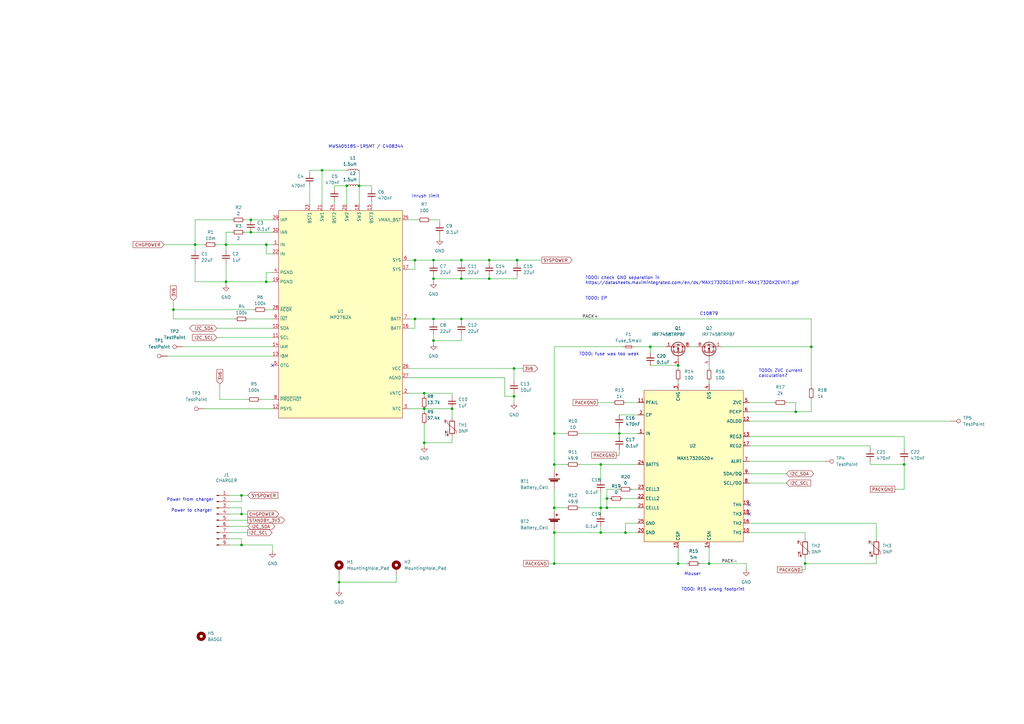
<source format=kicad_sch>
(kicad_sch (version 20230121) (generator eeschema)
  (paper "A3")
  (lib_symbols
    (symbol "Connector:Conn_01x09_Male" (pin_names (offset 1.016) hide)
      (property "Reference" "J" (at 0 12.7 0))
      (property "Value" "Conn_01x09_Male" (at 0 -12.7 0))
      (symbol "Conn_01x09_Male_1_1"
        (polyline (pts (xy 1.27 -10.16) (xy 0.8636 -10.16)) (stroke (width 0.1524)))
        (polyline (pts (xy 1.27 -7.62) (xy 0.8636 -7.62)) (stroke (width 0.1524)))
        (polyline (pts (xy 1.27 -5.08) (xy 0.8636 -5.08)) (stroke (width 0.1524)))
        (polyline (pts (xy 1.27 -2.54) (xy 0.8636 -2.54)) (stroke (width 0.1524)))
        (polyline (pts (xy 1.27 0) (xy 0.8636 0)) (stroke (width 0.1524)))
        (polyline (pts (xy 1.27 2.54) (xy 0.8636 2.54)) (stroke (width 0.1524)))
        (polyline (pts (xy 1.27 5.08) (xy 0.8636 5.08)) (stroke (width 0.1524)))
        (polyline (pts (xy 1.27 7.62) (xy 0.8636 7.62)) (stroke (width 0.1524)))
        (polyline (pts (xy 1.27 10.16) (xy 0.8636 10.16)) (stroke (width 0.1524)))
        (rectangle (start 0.8636 -10.033) (end 0 -10.287) (stroke (width 0.1524)) (fill (type outline)))
        (rectangle (start 0.8636 -7.493) (end 0 -7.747) (stroke (width 0.1524)) (fill (type outline)))
        (rectangle (start 0.8636 -4.953) (end 0 -5.207) (stroke (width 0.1524)) (fill (type outline)))
        (rectangle (start 0.8636 -2.413) (end 0 -2.667) (stroke (width 0.1524)) (fill (type outline)))
        (rectangle (start 0.8636 0.127) (end 0 -0.127) (stroke (width 0.1524)) (fill (type outline)))
        (rectangle (start 0.8636 2.667) (end 0 2.413) (stroke (width 0.1524)) (fill (type outline)))
        (rectangle (start 0.8636 5.207) (end 0 4.953) (stroke (width 0.1524)) (fill (type outline)))
        (rectangle (start 0.8636 7.747) (end 0 7.493) (stroke (width 0.1524)) (fill (type outline)))
        (rectangle (start 0.8636 10.287) (end 0 10.033) (stroke (width 0.1524)) (fill (type outline)))
        (pin passive line (at 5.08 10.16 180) (length 3.81) (name "Pin_1") (number "1"))
        (pin passive line (at 5.08 7.62 180) (length 3.81) (name "Pin_2") (number "2"))
        (pin passive line (at 5.08 5.08 180) (length 3.81) (name "Pin_3") (number "3"))
        (pin passive line (at 5.08 2.54 180) (length 3.81) (name "Pin_4") (number "4"))
        (pin passive line (at 5.08 0 180) (length 3.81) (name "Pin_5") (number "5"))
        (pin passive line (at 5.08 -2.54 180) (length 3.81) (name "Pin_6") (number "6"))
        (pin passive line (at 5.08 -5.08 180) (length 3.81) (name "Pin_7") (number "7"))
        (pin passive line (at 5.08 -7.62 180) (length 3.81) (name "Pin_8") (number "8"))
        (pin passive line (at 5.08 -10.16 180) (length 3.81) (name "Pin_9") (number "9"))
      )
    )
    (symbol "Connector:TestPoint" (pin_numbers hide) (pin_names (offset 0.762) hide)
      (property "Reference" "TP" (at 0 6.858 0))
      (property "Value" "TestPoint" (at 0 5.08 0))
      (symbol "TestPoint_0_1"
        (circle (center 0 3.302) (radius 0.762))
      )
      (symbol "TestPoint_1_1"
        (pin passive line (at 0 0 90) (length 2.54) (name "1") (number "1"))
      )
    )
    (symbol "Device:Battery_Cell" (pin_numbers hide) (pin_names (offset 0) hide)
      (property "Reference" "BT" (at 2.54 2.54 0))
      (property "Value" "Battery_Cell" (at 2.54 0 0))
      (symbol "Battery_Cell_0_1"
        (rectangle (start -2.286 1.778) (end 2.286 1.524) (fill (type outline)))
        (rectangle (start -1.5748 1.1938) (end 1.4732 0.6858) (fill (type outline)))
        (polyline (pts (xy 0 0.762) (xy 0 0)))
        (polyline (pts (xy 0 1.778) (xy 0 2.54)))
        (polyline (pts (xy 0.508 3.429) (xy 1.524 3.429)) (stroke (width 0.254)))
        (polyline (pts (xy 1.016 3.937) (xy 1.016 2.921)) (stroke (width 0.254)))
      )
      (symbol "Battery_Cell_1_1"
        (pin passive line (at 0 5.08 270) (length 2.54) (name "+") (number "1"))
        (pin passive line (at 0 -2.54 90) (length 2.54) (name "-") (number "2"))
      )
    )
    (symbol "Device:C_Small" (pin_numbers hide) (pin_names (offset 0.254) hide)
      (property "Reference" "C" (at 0.254 1.778 0))
      (property "Value" "C_Small" (at 0.254 -2.032 0))
      (symbol "C_Small_0_1"
        (polyline (pts (xy -1.524 -0.508) (xy 1.524 -0.508)) (stroke (width 0.3302)))
        (polyline (pts (xy -1.524 0.508) (xy 1.524 0.508)) (stroke (width 0.3048)))
      )
      (symbol "C_Small_1_1"
        (pin passive line (at 0 2.54 270) (length 2.032) (name "~") (number "1"))
        (pin passive line (at 0 -2.54 90) (length 2.032) (name "~") (number "2"))
      )
    )
    (symbol "Device:Fuse_Small" (pin_numbers hide) (pin_names (offset 0.254) hide)
      (property "Reference" "F" (at 0 -1.524 0))
      (property "Value" "Fuse_Small" (at 0 1.524 0))
      (symbol "Fuse_Small_0_1"
        (rectangle (start -1.27 0.508) (end 1.27 -0.508))
        (polyline (pts (xy -1.27 0) (xy 1.27 0)))
      )
      (symbol "Fuse_Small_1_1"
        (pin passive line (at -2.54 0 0) (length 1.27) (name "~") (number "1"))
        (pin passive line (at 2.54 0 180) (length 1.27) (name "~") (number "2"))
      )
    )
    (symbol "Device:L_Small" (pin_numbers hide) (pin_names (offset 0.254) hide)
      (property "Reference" "L" (at 0.762 1.016 0))
      (property "Value" "L_Small" (at 0.762 -1.016 0))
      (symbol "L_Small_0_1"
        (arc (start 0 -2.032) (mid 0.5058 -1.524) (end 0 -1.016))
        (arc (start 0 -1.016) (mid 0.5058 -0.508) (end 0 0))
        (arc (start 0 0) (mid 0.5058 0.508) (end 0 1.016))
        (arc (start 0 1.016) (mid 0.5058 1.524) (end 0 2.032))
      )
      (symbol "L_Small_1_1"
        (pin passive line (at 0 2.54 270) (length 0.508) (name "~") (number "1"))
        (pin passive line (at 0 -2.54 90) (length 0.508) (name "~") (number "2"))
      )
    )
    (symbol "Device:R_Small" (pin_numbers hide) (pin_names (offset 0.254) hide)
      (property "Reference" "R" (at 0.762 0.508 0))
      (property "Value" "R_Small" (at 0.762 -1.016 0))
      (symbol "R_Small_0_1"
        (rectangle (start -0.762 1.778) (end 0.762 -1.778) (stroke (width 0.2032)))
      )
      (symbol "R_Small_1_1"
        (pin passive line (at 0 2.54 270) (length 0.762) (name "~") (number "1"))
        (pin passive line (at 0 -2.54 90) (length 0.762) (name "~") (number "2"))
      )
    )
    (symbol "Device:Thermistor_NTC" (pin_numbers hide) (pin_names (offset 0))
      (property "Reference" "TH" (at -4.445 0 90))
      (property "Value" "Thermistor_NTC" (at 3.175 0 90))
      (symbol "Thermistor_NTC_0_1"
        (arc (start -3.048 2.159) (mid -3.0495 2.3143) (end -3.175 2.413))
        (arc (start -3.048 2.159) (mid -2.9736 1.9794) (end -2.794 1.905))
        (arc (start -3.048 2.794) (mid -2.9736 2.6144) (end -2.794 2.54))
        (arc (start -2.794 1.905) (mid -2.6144 1.9794) (end -2.54 2.159))
        (arc (start -2.794 2.54) (mid -2.4393 2.5587) (end -2.159 2.794))
        (arc (start -2.794 3.048) (mid -2.9736 2.9736) (end -3.048 2.794))
        (arc (start -2.54 2.794) (mid -2.6144 2.9736) (end -2.794 3.048))
        (rectangle (start -1.016 2.54) (end 1.016 -2.54) (stroke (width 0.254)))
        (polyline (pts (xy -2.54 2.159) (xy -2.54 2.794)))
        (polyline (pts (xy -1.778 2.54) (xy -1.778 1.524) (xy 1.778 -1.524) (xy 1.778 -2.54)))
        (polyline (pts (xy -2.54 -3.683) (xy -2.54 -1.397) (xy -2.794 -2.159) (xy -2.286 -2.159) (xy -2.54 -1.397) (xy -2.54 -1.651)) (fill (type outline)))
        (polyline (pts (xy -1.778 -1.397) (xy -1.778 -3.683) (xy -2.032 -2.921) (xy -1.524 -2.921) (xy -1.778 -3.683) (xy -1.778 -3.429)) (fill (type outline)))
      )
      (symbol "Thermistor_NTC_1_1"
        (pin passive line (at 0 3.81 270) (length 1.27) (name "~") (number "1"))
        (pin passive line (at 0 -3.81 90) (length 1.27) (name "~") (number "2"))
      )
    )
    (symbol "Mechanical:MountingHole" (pin_names (offset 1.016))
      (property "Reference" "H" (at 0 5.08 0))
      (property "Value" "MountingHole" (at 0 3.175 0))
      (symbol "MountingHole_0_1"
        (circle (center 0 0) (radius 1.27) (stroke (width 1.27)))
      )
    )
    (symbol "Mechanical:MountingHole_Pad" (pin_numbers hide) (pin_names (offset 1.016) hide)
      (property "Reference" "H" (at 0 6.35 0))
      (property "Value" "MountingHole_Pad" (at 0 4.445 0))
      (symbol "MountingHole_Pad_0_1"
        (circle (center 0 1.27) (radius 1.27) (stroke (width 1.27)))
      )
      (symbol "MountingHole_Pad_1_1"
        (pin input line (at 0 -2.54 90) (length 2.54) (name "1") (number "1"))
      )
    )
    (symbol "Transistor_FET:IRF7403" (pin_names hide)
      (property "Reference" "Q" (at 5.08 2.54 0))
      (property "Value" "IRF7403" (at 5.08 0 0))
      (symbol "IRF7403_0_1"
        (polyline (pts (xy 0.254 0) (xy -2.54 0)))
        (polyline (pts (xy 0.254 1.905) (xy 0.254 -1.905)) (stroke (width 0.254)))
        (polyline (pts (xy 0.762 -1.27) (xy 0.762 -2.286)) (stroke (width 0.254)))
        (polyline (pts (xy 0.762 0.508) (xy 0.762 -0.508)) (stroke (width 0.254)))
        (polyline (pts (xy 0.762 2.286) (xy 0.762 1.27)) (stroke (width 0.254)))
        (polyline (pts (xy 2.54 2.54) (xy 2.54 1.778)))
        (polyline (pts (xy 2.54 -2.54) (xy 2.54 0) (xy 0.762 0)))
        (polyline (pts (xy 0.762 -1.778) (xy 3.302 -1.778) (xy 3.302 1.778) (xy 0.762 1.778)))
        (polyline (pts (xy 1.016 0) (xy 2.032 0.381) (xy 2.032 -0.381) (xy 1.016 0)) (fill (type outline)))
        (polyline (pts (xy 2.794 0.508) (xy 2.921 0.381) (xy 3.683 0.381) (xy 3.81 0.254)))
        (polyline (pts (xy 3.302 0.381) (xy 2.921 -0.254) (xy 3.683 -0.254) (xy 3.302 0.381)))
        (circle (center 1.651 0) (radius 2.794) (stroke (width 0.254)))
        (circle (center 2.54 -1.778) (radius 0.254) (fill (type outline)))
        (circle (center 2.54 1.778) (radius 0.254) (fill (type outline)))
      )
      (symbol "IRF7403_1_1"
        (pin passive line (at 2.54 -5.08 90) (length 2.54) (name "S") (number "1"))
        (pin passive line (at 2.54 -5.08 90) (length 2.54) hide (name "S") (number "2"))
        (pin passive line (at 2.54 -5.08 90) (length 2.54) hide (name "S") (number "3"))
        (pin input line (at -5.08 0 0) (length 2.54) (name "G") (number "4"))
        (pin passive line (at 2.54 5.08 270) (length 2.54) hide (name "D") (number "5"))
        (pin passive line (at 2.54 5.08 270) (length 2.54) hide (name "D") (number "6"))
        (pin passive line (at 2.54 5.08 270) (length 2.54) hide (name "D") (number "7"))
        (pin passive line (at 2.54 5.08 270) (length 2.54) (name "D") (number "8"))
      )
    )
    (symbol "pocket-reform-charger:MAX17320G"
      (property "Reference" "U2" (at -1.7906 2.54 0))
      (property "Value" "MAX17320G" (at -6.8706 -2.54 0))
      (symbol "MAX17320G_0_1"
        (rectangle (start -20.32 25.4) (end 20.32 -36.83) (fill (type background)))
      )
      (symbol "MAX17320G_1_1"
        (pin power_in line (at -22.86 7.62 0) (length 2.54) (name "IN") (number "1"))
        (pin input line (at 22.86 -33.02 180) (length 2.54) (name "TH1") (number "10"))
        (pin input line (at -22.86 20.32 0) (length 2.54) (name "PFAIL") (number "11"))
        (pin passive line (at 22.86 12.7 180) (length 2.54) (name "AOLDO") (number "12"))
        (pin input line (at 22.86 6.35 180) (length 2.54) (name "REG3") (number "13"))
        (pin input line (at 6.35 -39.37 90) (length 2.54) (name "CSN") (number "14"))
        (pin input line (at -6.35 -39.37 90) (length 2.54) (name "CSP") (number "15"))
        (pin input line (at 22.86 -29.21 180) (length 2.54) (name "TH2") (number "16"))
        (pin input line (at 22.86 2.54 180) (length 2.54) (name "REG2") (number "17"))
        (pin input line (at 22.86 -25.4 180) (length 2.54) (name "TH3") (number "18"))
        (pin input line (at 22.86 -21.59 180) (length 2.54) (name "TH4") (number "19"))
        (pin input line (at -22.86 15.24 0) (length 2.54) (name "CP") (number "2"))
        (pin input line (at -22.86 -33.02 0) (length 2.54) (name "GND") (number "20"))
        (pin input line (at -22.86 -22.86 0) (length 2.54) (name "CELL1") (number "21"))
        (pin input line (at -22.86 -19.05 0) (length 2.54) (name "CELL2") (number "22"))
        (pin input line (at -22.86 -15.24 0) (length 2.54) (name "CELL3") (number "23"))
        (pin input line (at -22.86 -5.08 0) (length 2.54) (name "BATTS") (number "24"))
        (pin input line (at -22.86 -29.21 0) (length 2.54) (name "GND") (number "25"))
        (pin input line (at -6.35 27.94 270) (length 2.54) (name "CHG") (number "3"))
        (pin input line (at 6.35 27.94 270) (length 2.54) (name "DIS") (number "4"))
        (pin passive line (at 22.86 20.32 180) (length 2.54) (name "ZVC") (number "5"))
        (pin passive line (at 22.86 16.51 180) (length 2.54) (name "PCKP") (number "6"))
        (pin output line (at 22.86 -3.81 180) (length 2.54) (name "ALRT") (number "7"))
        (pin input line (at 22.86 -12.7 180) (length 2.54) (name "SCL/OD") (number "8"))
        (pin bidirectional line (at 22.86 -8.89 180) (length 2.54) (name "SDA/DQ") (number "9"))
      )
    )
    (symbol "pocket-reform-charger:MP2762A"
      (property "Reference" "U?" (at 0 0.635 0))
      (property "Value" "MP2762A" (at 0 -1.905 0))
      (symbol "MP2762A_0_1"
        (rectangle (start -25.4 41.91) (end 25.4 -43.18) (fill (type background)))
      )
      (symbol "MP2762A_1_1"
        (pin power_in line (at -27.94 27.94 0) (length 2.54) (name "IN") (number "1"))
        (pin bidirectional line (at -27.94 -6.35 0) (length 2.54) (name "SDA") (number "10"))
        (pin input line (at -27.94 -10.16 0) (length 2.54) (name "SCL") (number "11"))
        (pin input line (at -27.94 -39.37 0) (length 2.54) (name "PSYS") (number "12"))
        (pin input line (at -27.94 -17.78 0) (length 2.54) (name "IBM") (number "13"))
        (pin input line (at -27.94 -13.97 0) (length 2.54) (name "IAM") (number "14"))
        (pin input line (at 12.7 44.45 270) (length 2.54) (name "BST3") (number "15"))
        (pin input line (at 27.94 -6.35 180) (length 2.54) (name "BATT") (number "16"))
        (pin power_out line (at 27.94 17.78 180) (length 2.54) (name "SYS") (number "17"))
        (pin input line (at 7.62 44.45 270) (length 2.54) (name "SW3") (number "18"))
        (pin power_in line (at -27.94 12.7 0) (length 2.54) (name "PGND") (number "19"))
        (pin input line (at 27.94 -33.02 180) (length 2.54) (name "VNTC") (number "2"))
        (pin input line (at 2.54 44.45 270) (length 2.54) (name "SW2") (number "20"))
        (pin input line (at -7.62 44.45 270) (length 2.54) (name "SW1") (number "21"))
        (pin power_in line (at -27.94 24.13 0) (length 2.54) (name "IN") (number "22"))
        (pin input line (at -12.7 44.45 270) (length 2.54) (name "BST1") (number "23"))
        (pin input line (at -2.54 44.45 270) (length 2.54) (name "BST2") (number "24"))
        (pin input line (at 27.94 38.1 180) (length 2.54) (name "VMAX_BST") (number "25"))
        (pin power_in line (at 27.94 -22.86 180) (length 2.54) (name "VCC") (number "26"))
        (pin power_in line (at 27.94 -26.67 180) (length 2.54) (name "AGND") (number "27"))
        (pin input line (at -27.94 1.27 0) (length 2.54) (name "~{ACOK}") (number "28"))
        (pin input line (at -27.94 38.1 0) (length 2.54) (name "IAP") (number "29"))
        (pin input line (at 27.94 -39.37 180) (length 2.54) (name "NTC") (number "3"))
        (pin power_in line (at -27.94 33.02 0) (length 2.54) (name "IAN") (number "30"))
        (pin power_in line (at -27.94 16.51 0) (length 2.54) (name "PGND") (number "4"))
        (pin input line (at -27.94 -21.59 0) (length 2.54) (name "OTG") (number "5"))
        (pin power_out line (at 27.94 21.59 180) (length 2.54) (name "SYS") (number "6"))
        (pin input line (at 27.94 -2.54 180) (length 2.54) (name "BATT") (number "7"))
        (pin input line (at -27.94 -35.56 0) (length 2.54) (name "~{PROCHOT}") (number "8"))
        (pin input line (at -27.94 -2.54 0) (length 2.54) (name "~{INT}") (number "9"))
      )
    )
    (symbol "power:GND" (power) (pin_names (offset 0))
      (property "Value" "GND" (at 0 -3.81 0))
      (symbol "GND_0_1"
        (polyline (pts (xy 0 0) (xy 0 -1.27) (xy 1.27 -1.27) (xy 0 -2.54) (xy -1.27 -1.27) (xy 0 -1.27)))
      )
      (symbol "GND_1_1"
        (pin power_in line (at 0 0 270) (length 0) hide (name "GND") (number "1"))
      )
    )
  )
  (junction (at 278.13 231.14))
  (junction (at 173.99 161.29))
  (junction (at 266.7 142.24))
  (junction (at 177.8 139.7))
  (junction (at 173.99 181.61))
  (junction (at 71.12 127))
  (junction (at 189.23 130.81))
  (junction (at 332.74 142.24))
  (junction (at 246.38 218.44))
  (junction (at 278.13 149.86))
  (junction (at 227.33 231.14))
  (junction (at 248.92 208.28))
  (junction (at 177.8 114.3))
  (junction (at 326.39 168.91))
  (junction (at 227.33 177.8))
  (junction (at 210.82 151.13))
  (junction (at 92.71 100.33))
  (junction (at 102.87 90.17))
  (junction (at 102.87 95.25))
  (junction (at 109.22 115.57))
  (junction (at 109.22 100.33))
  (junction (at 80.01 100.33))
  (junction (at 254 177.8))
  (junction (at 246.38 190.5))
  (junction (at 290.83 231.14))
  (junction (at 210.82 162.56))
  (junction (at 170.18 130.81))
  (junction (at 246.38 208.28))
  (junction (at 212.09 106.68))
  (junction (at 256.54 218.44))
  (junction (at 173.99 167.64))
  (junction (at 185.42 167.64))
  (junction (at 200.66 106.68))
  (junction (at 99.06 203.2))
  (junction (at 132.08 69.85))
  (junction (at 99.06 223.52))
  (junction (at 248.92 204.47))
  (junction (at 189.23 114.3))
  (junction (at 330.2 231.14))
  (junction (at 142.24 76.2))
  (junction (at 189.23 106.68))
  (junction (at 200.66 114.3))
  (junction (at 227.33 208.28))
  (junction (at 99.06 210.82))
  (junction (at 227.33 190.5))
  (junction (at 147.32 76.2))
  (junction (at 370.84 190.5))
  (junction (at 227.33 218.44))
  (junction (at 177.8 106.68))
  (junction (at 170.18 106.68))
  (junction (at 139.065 238.76))
  (junction (at 92.71 115.57))
  (junction (at 177.8 130.81))
  (no_connect (at 307.34 207.01))
  (no_connect (at 307.34 210.82))
  (no_connect (at 111.76 149.86))
  (wire (pts (xy 326.39 165.1) (xy 322.58 165.1)))
  (wire (pts (xy 173.99 173.99) (xy 173.99 181.61)))
  (wire (pts (xy 80.01 100.33) (xy 80.01 102.87)))
  (wire (pts (xy 83.82 167.64) (xy 111.76 167.64)))
  (wire (pts (xy 207.01 162.56) (xy 210.82 162.56)))
  (wire (pts (xy 100.33 95.25) (xy 102.87 95.25)))
  (wire (pts (xy 359.41 231.14) (xy 359.41 228.6)))
  (wire (pts (xy 99.06 220.98) (xy 99.06 223.52)))
  (wire (pts (xy 167.64 161.29) (xy 173.99 161.29)))
  (wire (pts (xy 259.08 200.66) (xy 261.62 200.66)))
  (wire (pts (xy 332.74 168.91) (xy 332.74 163.83)))
  (wire (pts (xy 307.34 168.91) (xy 326.39 168.91)))
  (wire (pts (xy 278.13 156.21) (xy 278.13 157.48)))
  (wire (pts (xy 254 200.66) (xy 248.92 200.66)))
  (wire (pts (xy 167.64 151.13) (xy 210.82 151.13)))
  (wire (pts (xy 283.21 142.24) (xy 285.75 142.24)))
  (wire (pts (xy 92.71 116.84) (xy 92.71 115.57)))
  (wire (pts (xy 359.41 220.98) (xy 359.41 214.63)))
  (wire (pts (xy 132.08 69.85) (xy 127 69.85)))
  (wire (pts (xy 207.01 154.94) (xy 207.01 162.56)))
  (wire (pts (xy 254 175.26) (xy 254 177.8)))
  (wire (pts (xy 170.18 130.81) (xy 170.18 134.62)))
  (wire (pts (xy 227.33 208.28) (xy 227.33 209.55)))
  (wire (pts (xy 210.82 162.56) (xy 210.82 165.1)))
  (wire (pts (xy 328.93 233.68) (xy 330.2 233.68)))
  (wire (pts (xy 93.98 205.74) (xy 99.06 205.74)))
  (wire (pts (xy 93.98 210.82) (xy 99.06 210.82)))
  (wire (pts (xy 99.06 208.28) (xy 99.06 210.82)))
  (wire (pts (xy 332.74 130.81) (xy 332.74 142.24)))
  (wire (pts (xy 177.8 114.3) (xy 189.23 114.3)))
  (wire (pts (xy 167.64 167.64) (xy 173.99 167.64)))
  (wire (pts (xy 224.79 231.14) (xy 227.33 231.14)))
  (wire (pts (xy 74.93 142.24) (xy 111.76 142.24)))
  (wire (pts (xy 167.64 90.17) (xy 171.45 90.17)))
  (wire (pts (xy 290.83 231.14) (xy 306.07 231.14)))
  (wire (pts (xy 237.49 177.8) (xy 254 177.8)))
  (wire (pts (xy 93.98 208.28) (xy 99.06 208.28)))
  (wire (pts (xy 356.87 190.5) (xy 356.87 189.23)))
  (wire (pts (xy 90.17 163.83) (xy 90.17 157.48)))
  (wire (pts (xy 367.03 200.66) (xy 370.84 200.66)))
  (wire (pts (xy 356.87 182.88) (xy 356.87 184.15)))
  (wire (pts (xy 210.82 161.29) (xy 210.82 162.56)))
  (wire (pts (xy 152.4 82.55) (xy 152.4 83.82)))
  (wire (pts (xy 167.64 154.94) (xy 207.01 154.94)))
  (wire (pts (xy 96.52 130.81) (xy 71.12 130.81)))
  (wire (pts (xy 307.34 194.31) (xy 322.58 194.31)))
  (wire (pts (xy 332.74 142.24) (xy 295.91 142.24)))
  (wire (pts (xy 127 76.2) (xy 127 83.82)))
  (wire (pts (xy 106.68 163.83) (xy 111.76 163.83)))
  (wire (pts (xy 326.39 168.91) (xy 332.74 168.91)))
  (wire (pts (xy 307.34 182.88) (xy 356.87 182.88)))
  (wire (pts (xy 227.33 218.44) (xy 227.33 217.17)))
  (wire (pts (xy 246.38 190.5) (xy 246.38 196.85)))
  (wire (pts (xy 227.33 200.66) (xy 227.33 208.28)))
  (wire (pts (xy 227.33 190.5) (xy 227.33 193.04)))
  (wire (pts (xy 173.99 161.29) (xy 185.42 161.29)))
  (wire (pts (xy 111.76 226.06) (xy 111.76 223.52)))
  (wire (pts (xy 139.065 238.76) (xy 162.56 238.76)))
  (wire (pts (xy 132.08 83.82) (xy 132.08 69.85)))
  (wire (pts (xy 170.18 130.81) (xy 177.8 130.81)))
  (wire (pts (xy 290.83 156.21) (xy 290.83 157.48)))
  (wire (pts (xy 173.99 161.29) (xy 173.99 162.56)))
  (wire (pts (xy 200.66 113.03) (xy 200.66 114.3)))
  (wire (pts (xy 177.8 113.03) (xy 177.8 114.3)))
  (wire (pts (xy 92.71 115.57) (xy 109.22 115.57)))
  (wire (pts (xy 93.98 218.44) (xy 101.6 218.44)))
  (wire (pts (xy 232.41 177.8) (xy 227.33 177.8)))
  (wire (pts (xy 111.76 104.14) (xy 109.22 104.14)))
  (wire (pts (xy 248.92 204.47) (xy 250.19 204.47)))
  (wire (pts (xy 252.73 186.69) (xy 254 186.69)))
  (wire (pts (xy 177.8 130.81) (xy 177.8 132.08)))
  (wire (pts (xy 80.01 100.33) (xy 83.82 100.33)))
  (wire (pts (xy 330.2 220.98) (xy 330.2 218.44)))
  (wire (pts (xy 254 170.18) (xy 261.62 170.18)))
  (wire (pts (xy 189.23 106.68) (xy 189.23 107.95)))
  (wire (pts (xy 162.56 238.76) (xy 162.56 235.585)))
  (wire (pts (xy 307.34 198.12) (xy 322.58 198.12)))
  (wire (pts (xy 212.09 106.68) (xy 212.09 107.95)))
  (wire (pts (xy 109.22 104.14) (xy 109.22 100.33)))
  (wire (pts (xy 109.22 100.33) (xy 111.76 100.33)))
  (wire (pts (xy 173.99 167.64) (xy 173.99 168.91)))
  (wire (pts (xy 210.82 151.13) (xy 214.63 151.13)))
  (wire (pts (xy 93.98 220.98) (xy 99.06 220.98)))
  (wire (pts (xy 189.23 106.68) (xy 200.66 106.68)))
  (wire (pts (xy 92.71 95.25) (xy 92.71 100.33)))
  (wire (pts (xy 261.62 214.63) (xy 256.54 214.63)))
  (wire (pts (xy 307.34 165.1) (xy 317.5 165.1)))
  (wire (pts (xy 177.8 106.68) (xy 189.23 106.68)))
  (wire (pts (xy 246.38 208.28) (xy 246.38 210.82)))
  (wire (pts (xy 147.32 76.2) (xy 152.4 76.2)))
  (wire (pts (xy 248.92 200.66) (xy 248.92 204.47)))
  (wire (pts (xy 359.41 214.63) (xy 307.34 214.63)))
  (wire (pts (xy 210.82 151.13) (xy 210.82 156.21)))
  (wire (pts (xy 100.33 90.17) (xy 102.87 90.17)))
  (wire (pts (xy 92.71 100.33) (xy 109.22 100.33)))
  (wire (pts (xy 80.01 115.57) (xy 80.01 107.95)))
  (wire (pts (xy 127 69.85) (xy 127 71.12)))
  (wire (pts (xy 189.23 113.03) (xy 189.23 114.3)))
  (wire (pts (xy 132.08 69.85) (xy 142.24 69.85)))
  (wire (pts (xy 139.065 235.585) (xy 139.065 238.76)))
  (wire (pts (xy 177.8 139.7) (xy 189.23 139.7)))
  (wire (pts (xy 246.38 215.9) (xy 246.38 218.44)))
  (wire (pts (xy 71.12 130.81) (xy 71.12 127)))
  (wire (pts (xy 255.27 204.47) (xy 261.62 204.47)))
  (wire (pts (xy 266.7 142.24) (xy 266.7 144.78)))
  (wire (pts (xy 137.16 82.55) (xy 137.16 83.82)))
  (wire (pts (xy 256.54 165.1) (xy 261.62 165.1)))
  (wire (pts (xy 101.6 130.81) (xy 111.76 130.81)))
  (wire (pts (xy 99.06 203.2) (xy 101.6 203.2)))
  (wire (pts (xy 109.22 127) (xy 111.76 127)))
  (wire (pts (xy 180.34 91.44) (xy 180.34 90.17)))
  (wire (pts (xy 278.13 149.86) (xy 278.13 151.13)))
  (wire (pts (xy 246.38 201.93) (xy 246.38 208.28)))
  (wire (pts (xy 370.84 190.5) (xy 356.87 190.5)))
  (wire (pts (xy 212.09 114.3) (xy 212.09 113.03)))
  (wire (pts (xy 200.66 114.3) (xy 212.09 114.3)))
  (wire (pts (xy 167.64 106.68) (xy 170.18 106.68)))
  (wire (pts (xy 177.8 114.3) (xy 177.8 115.57)))
  (wire (pts (xy 71.12 127) (xy 104.14 127)))
  (wire (pts (xy 99.06 210.82) (xy 101.6 210.82)))
  (wire (pts (xy 99.06 223.52) (xy 111.76 223.52)))
  (wire (pts (xy 306.07 233.68) (xy 306.07 231.14)))
  (wire (pts (xy 189.23 130.81) (xy 189.23 132.08)))
  (wire (pts (xy 180.34 96.52) (xy 180.34 97.79)))
  (wire (pts (xy 170.18 106.68) (xy 170.18 110.49)))
  (wire (pts (xy 256.54 214.63) (xy 256.54 218.44)))
  (wire (pts (xy 307.34 218.44) (xy 330.2 218.44)))
  (wire (pts (xy 330.2 231.14) (xy 330.2 233.68)))
  (wire (pts (xy 68.58 146.05) (xy 111.76 146.05)))
  (wire (pts (xy 137.16 76.2) (xy 142.24 76.2)))
  (wire (pts (xy 180.34 90.17) (xy 176.53 90.17)))
  (wire (pts (xy 99.06 223.52) (xy 93.98 223.52)))
  (wire (pts (xy 278.13 231.14) (xy 278.13 224.79)))
  (wire (pts (xy 370.84 190.5) (xy 370.84 200.66)))
  (wire (pts (xy 173.99 167.64) (xy 185.42 167.64)))
  (wire (pts (xy 109.22 111.76) (xy 109.22 115.57)))
  (wire (pts (xy 88.9 134.62) (xy 111.76 134.62)))
  (wire (pts (xy 102.87 95.25) (xy 111.76 95.25)))
  (wire (pts (xy 93.98 203.2) (xy 99.06 203.2)))
  (wire (pts (xy 248.92 208.28) (xy 261.62 208.28)))
  (wire (pts (xy 95.25 90.17) (xy 80.01 90.17)))
  (wire (pts (xy 152.4 77.47) (xy 152.4 76.2)))
  (wire (pts (xy 254 186.69) (xy 254 184.15)))
  (wire (pts (xy 111.76 111.76) (xy 109.22 111.76)))
  (wire (pts (xy 246.38 208.28) (xy 248.92 208.28)))
  (wire (pts (xy 137.16 77.47) (xy 137.16 76.2)))
  (wire (pts (xy 307.34 189.23) (xy 337.82 189.23)))
  (wire (pts (xy 189.23 114.3) (xy 200.66 114.3)))
  (wire (pts (xy 92.71 115.57) (xy 80.01 115.57)))
  (wire (pts (xy 185.42 181.61) (xy 185.42 179.07)))
  (wire (pts (xy 254 177.8) (xy 261.62 177.8)))
  (wire (pts (xy 170.18 134.62) (xy 167.64 134.62)))
  (wire (pts (xy 167.64 130.81) (xy 170.18 130.81)))
  (wire (pts (xy 248.92 208.28) (xy 248.92 204.47)))
  (wire (pts (xy 170.18 106.68) (xy 177.8 106.68)))
  (wire (pts (xy 185.42 167.64) (xy 185.42 171.45)))
  (wire (pts (xy 139.065 238.76) (xy 139.065 241.935)))
  (wire (pts (xy 109.22 115.57) (xy 111.76 115.57)))
  (wire (pts (xy 177.8 137.16) (xy 177.8 139.7)))
  (wire (pts (xy 67.31 100.33) (xy 80.01 100.33)))
  (wire (pts (xy 260.35 142.24) (xy 266.7 142.24)))
  (wire (pts (xy 261.62 218.44) (xy 256.54 218.44)))
  (wire (pts (xy 266.7 149.86) (xy 278.13 149.86)))
  (wire (pts (xy 237.49 190.5) (xy 246.38 190.5)))
  (wire (pts (xy 177.8 106.68) (xy 177.8 107.95)))
  (wire (pts (xy 290.83 231.14) (xy 287.02 231.14)))
  (wire (pts (xy 185.42 161.29) (xy 185.42 162.56)))
  (wire (pts (xy 147.32 69.85) (xy 147.32 76.2)))
  (wire (pts (xy 92.71 100.33) (xy 92.71 102.87)))
  (wire (pts (xy 246.38 208.28) (xy 237.49 208.28)))
  (wire (pts (xy 227.33 190.5) (xy 232.41 190.5)))
  (wire (pts (xy 99.06 205.74) (xy 99.06 203.2)))
  (wire (pts (xy 266.7 142.24) (xy 273.05 142.24)))
  (wire (pts (xy 278.13 231.14) (xy 227.33 231.14)))
  (wire (pts (xy 370.84 189.23) (xy 370.84 190.5)))
  (wire (pts (xy 370.84 179.07) (xy 370.84 184.15)))
  (wire (pts (xy 290.83 224.79) (xy 290.83 231.14)))
  (wire (pts (xy 245.11 165.1) (xy 251.46 165.1)))
  (wire (pts (xy 177.8 139.7) (xy 177.8 140.97)))
  (wire (pts (xy 232.41 208.28) (xy 227.33 208.28)))
  (wire (pts (xy 88.9 138.43) (xy 111.76 138.43)))
  (wire (pts (xy 189.23 130.81) (xy 332.74 130.81)))
  (wire (pts (xy 189.23 139.7) (xy 189.23 137.16)))
  (wire (pts (xy 307.34 179.07) (xy 370.84 179.07)))
  (wire (pts (xy 173.99 181.61) (xy 185.42 181.61)))
  (wire (pts (xy 142.24 76.2) (xy 142.24 83.82)))
  (wire (pts (xy 88.9 100.33) (xy 92.71 100.33)))
  (wire (pts (xy 200.66 106.68) (xy 212.09 106.68)))
  (wire (pts (xy 71.12 123.19) (xy 71.12 127)))
  (wire (pts (xy 173.99 181.61) (xy 173.99 182.88)))
  (wire (pts (xy 281.94 231.14) (xy 278.13 231.14)))
  (wire (pts (xy 246.38 190.5) (xy 261.62 190.5)))
  (wire (pts (xy 246.38 218.44) (xy 227.33 218.44)))
  (wire (pts (xy 80.01 90.17) (xy 80.01 100.33)))
  (wire (pts (xy 101.6 163.83) (xy 90.17 163.83)))
  (wire (pts (xy 330.2 231.14) (xy 359.41 231.14)))
  (wire (pts (xy 177.8 130.81) (xy 189.23 130.81)))
  (wire (pts (xy 170.18 110.49) (xy 167.64 110.49)))
  (wire (pts (xy 254 177.8) (xy 254 179.07)))
  (wire (pts (xy 200.66 106.68) (xy 200.66 107.95)))
  (wire (pts (xy 227.33 218.44) (xy 227.33 231.14)))
  (wire (pts (xy 93.98 215.9) (xy 101.6 215.9)))
  (wire (pts (xy 212.09 106.68) (xy 222.25 106.68)))
  (wire (pts (xy 93.98 213.36) (xy 101.6 213.36)))
  (wire (pts (xy 290.83 149.86) (xy 290.83 151.13)))
  (wire (pts (xy 326.39 168.91) (xy 326.39 165.1)))
  (wire (pts (xy 307.34 172.72) (xy 389.89 172.72)))
  (wire (pts (xy 332.74 142.24) (xy 332.74 158.75)))
  (wire (pts (xy 95.25 95.25) (xy 92.71 95.25)))
  (wire (pts (xy 92.71 107.95) (xy 92.71 115.57)))
  (wire (pts (xy 102.87 90.17) (xy 111.76 90.17)))
  (wire (pts (xy 255.27 142.24) (xy 227.33 142.24)))
  (wire (pts (xy 147.32 76.2) (xy 147.32 83.82)))
  (wire (pts (xy 330.2 228.6) (xy 330.2 231.14)))
  (wire (pts (xy 227.33 142.24) (xy 227.33 177.8)))
  (wire (pts (xy 227.33 177.8) (xy 227.33 190.5)))
  (wire (pts (xy 256.54 218.44) (xy 246.38 218.44)))
  (text "TODO: fuse was too weak" (at 237.49 146.05 0) (effects (font (size 1.27 1.27)) (justify left bottom)))
  (text "MWSA0518S-1R5MT / C408344" (at 134.62 60.96 0) (effects (font (size 1.27 1.27)) (justify left bottom)))
  (text "TODO: ZVC current\ncalculation?" (at 311.15 154.94 0) (effects (font (size 1.27 1.27)) (justify left bottom)))
  (text "TODO: EP" (at 240.03 123.19 0) (effects (font (size 1.27 1.27)) (justify left bottom)))
  (text "C10879" (at 287.02 129.54 0) (effects (font (size 1.27 1.27)) (justify left bottom)))
  (text "Mouser" (at 280.67 236.22 0) (effects (font (size 1.27 1.27)) (justify left bottom)))
  (text "TODO: check GND separation in\nhttps://datasheets.maximintegrated.com/en/ds/MAX17320G1EVKIT-MAX17320X2EVKIT.pdf" (at 240.03 116.84 0) (effects (font (size 1.27 1.27)) (justify left bottom)))
  (text "TODO: R15 wrong footprint" (at 279.4 242.57 0) (effects (font (size 1.27 1.27)) (justify left bottom)))
  (text "inrush limit" (at 168.91 81.28 0) (effects (font (size 1.27 1.27)) (justify left bottom)))
  (text "Power from charger" (at 87.63 205.74 0) (effects (font (size 1.27 1.27)) (justify right bottom)))
  (text "Power to charger" (at 86.995 210.185 0) (effects (font (size 1.27 1.27)) (justify right bottom)))
  (label "PACK+" (at 238.76 130.81 0))
  (label "PACK-" (at 295.91 231.14 0))
  (global_label "PACKGND" (shape passive) (at 328.93 233.68 180) (property "Intersheetrefs" "${INTERSHEET_REFS}" (effects hide)))
  (global_label "PACKGND" (shape passive) (at 367.03 200.66 180) (property "Intersheetrefs" "${INTERSHEET_REFS}" (effects hide)))
  (global_label "CHGPOWER" (shape output) (at 101.6 210.82 0) (property "Intersheetrefs" "${INTERSHEET_REFS}" (effects hide)))
  (global_label "PACKGND" (shape passive) (at 224.79 231.14 180) (property "Intersheetrefs" "${INTERSHEET_REFS}" (effects hide)))
  (global_label "SYSPOWER" (shape input) (at 101.6 203.2 0) (property "Intersheetrefs" "${INTERSHEET_REFS}" (effects hide)))
  (global_label "I2C_SDA" (shape bidirectional) (at 322.58 194.31 0) (property "Intersheetrefs" "${INTERSHEET_REFS}" (effects hide)))
  (global_label "SYSPOWER" (shape output) (at 222.25 106.68 0) (property "Intersheetrefs" "${INTERSHEET_REFS}" (effects hide)))
  (global_label "3V6" (shape input) (at 71.12 123.19 90) (property "Intersheetrefs" "${INTERSHEET_REFS}" (effects hide)))
  (global_label "3V6" (shape input) (at 90.17 157.48 90) (property "Intersheetrefs" "${INTERSHEET_REFS}" (effects hide)))
  (global_label "I2C_SDA" (shape bidirectional) (at 88.9 134.62 180) (property "Intersheetrefs" "${INTERSHEET_REFS}" (effects hide)))
  (global_label "I2C_SCL" (shape input) (at 322.58 198.12 0) (property "Intersheetrefs" "${INTERSHEET_REFS}" (effects hide)))
  (global_label "3V6" (shape output) (at 214.63 151.13 0) (property "Intersheetrefs" "${INTERSHEET_REFS}" (effects hide)))
  (global_label "STANDBY_3V3" (shape output) (at 101.6 213.36 0) (property "Intersheetrefs" "${INTERSHEET_REFS}" (effects hide)))
  (global_label "PACKGND" (shape passive) (at 245.11 165.1 180) (property "Intersheetrefs" "${INTERSHEET_REFS}" (effects hide)))
  (global_label "I2C_SCL" (shape input) (at 88.9 138.43 180) (property "Intersheetrefs" "${INTERSHEET_REFS}" (effects hide)))
  (global_label "CHGPOWER" (shape input) (at 67.31 100.33 180) (property "Intersheetrefs" "${INTERSHEET_REFS}" (effects hide)))
  (global_label "I2C_SDA" (shape bidirectional) (at 101.6 215.9 0) (property "Intersheetrefs" "${INTERSHEET_REFS}" (effects hide)))
  (global_label "I2C_SCL" (shape output) (at 101.6 218.44 0) (property "Intersheetrefs" "${INTERSHEET_REFS}" (effects hide)))
  (global_label "PACKGND" (shape passive) (at 252.73 186.69 180) (property "Intersheetrefs" "${INTERSHEET_REFS}" (effects hide)))
  (symbol (lib_id "power:GND") (at 111.76 226.06 0) (unit 1)
    (property "Reference" "#PWR0101" (effects hide))
    (property "Value" "GND" (at 111.76 231.14 0))
  )
  (symbol (lib_id "Device:C_Small") (at 189.23 134.62 0) (unit 1)
    (property "Reference" "C12" (at 191.77 133.3562 0) (effects (justify left)))
    (property "Value" "22uF" (at 191.77 135.8962 0) (effects (justify left)))
    (property "Footprint" "Capacitor_SMD:C_0805_2012Metric" (effects hide))
    (property "LCSC" "C86816" (effects hide))
    (property "Manufacturer" "Murata" (effects hide))
    (property "Manufacturer_No" "GRM21BR61E226ME44L" (effects hide))
  )
  (symbol (lib_id "Device:R_Small") (at 106.68 127 90) (unit 1)
    (property "Reference" "R6" (at 106.68 121.92 90))
    (property "Value" "100k" (at 106.68 124.46 90))
    (property "Footprint" "Resistor_SMD:R_0603_1608Metric" (effects hide))
    (property "LCSC" "C189597" (effects hide))
    (property "Manufacturer" "Panasonic" (effects hide))
    (property "Manufacturer_No" "ERJ3EKF1003V" (effects hide))
  )
  (symbol (lib_id "power:GND") (at 177.8 115.57 0) (unit 1)
    (property "Reference" "#PWR03" (effects hide))
    (property "Value" "GND" (at 177.8 120.65 0))
  )
  (symbol (lib_id "Device:R_Small") (at 173.99 165.1 0) (unit 1)
    (property "Reference" "R8" (at 176.53 162.56 0))
    (property "Value" "13.7k" (at 177.8 165.1 0))
    (property "Footprint" "Resistor_SMD:R_0603_1608Metric" (effects hide))
    (property "LCSC" "C203293" (effects hide))
    (property "Manufacturer" "Bourns" (effects hide))
    (property "Manufacturer_No" "CR0603-FX-1372ELF" (effects hide))
  )
  (symbol (lib_id "Device:C_Small") (at 246.38 199.39 180) (unit 1)
    (property "Reference" "C18" (at 242.57 196.8435 0) (effects (justify right)))
    (property "Value" "0.1uF" (at 240.03 201.9235 0) (effects (justify right)))
    (property "Footprint" "Capacitor_SMD:C_0603_1608Metric" (effects hide))
  )
  (symbol (lib_id "Device:R_Small") (at 86.36 100.33 270) (unit 1)
    (property "Reference" "R1" (at 86.36 95.25 90))
    (property "Value" "10m" (at 86.36 97.79 90))
    (property "Footprint" "Resistor_SMD:R_1206_3216Metric" (effects hide))
    (property "LCSC" "C2961483" (effects hide))
    (property "Manufacturer" "FH" (effects hide))
    (property "Manufacturer_No" "MFJ06HR010FT" (effects hide))
  )
  (symbol (lib_id "Device:Fuse_Small") (at 257.81 142.24 0) (unit 1)
    (property "Reference" "F1" (at 257.81 137.16 0))
    (property "Value" "Fuse_Small" (at 257.81 139.7 0))
    (property "Footprint" "Fuse:Fuse_1206_3216Metric" (effects hide))
    (property "LCSC" "C883133" (effects hide))
    (property "Manufacturer" "BHFUSE" (effects hide))
    (property "Manufacturer_No" "BSMD1206-150-16V" (effects hide))
  )
  (symbol (lib_id "Device:R_Small") (at 234.95 190.5 270) (unit 1)
    (property "Reference" "R11" (at 234.95 185.42 90))
    (property "Value" "49.9" (at 234.95 187.96 90))
    (property "Footprint" "Resistor_SMD:R_0603_1608Metric" (effects hide))
    (property "LCSC" "C403255" (effects hide))
    (property "Manufacturer" "Panasonic" (effects hide))
    (property "Manufacturer_No" "ERJ3EKF49R9V" (effects hide))
  )
  (symbol (lib_id "Device:C_Small") (at 137.16 80.01 180) (unit 1)
    (property "Reference" "C5" (at 135.89 72.3835 0) (effects (justify right)))
    (property "Value" "470nF" (at 133.35 74.9235 0) (effects (justify right)))
    (property "Footprint" "Capacitor_SMD:C_0603_1608Metric" (effects hide))
    (property "LCSC" "C2905413" (effects hide))
    (property "Manufacturer" "Taiyo Yuden" (effects hide))
    (property "Manufacturer_No" "UMK107B7474KAHTE" (effects hide))
  )
  (symbol (lib_id "Device:L_Small") (at 144.78 76.2 90) (unit 1)
    (property "Reference" "L2" (at 144.78 71.12 90))
    (property "Value" "1.5uH" (at 143.51 73.66 90))
    (property "Footprint" "Inductor_SMD:L_Sunlord_MWSA0518_5.4x5.2mm" (effects hide))
    (property "LCSC" "C408344" (effects hide))
  )
  (symbol (lib_id "Device:C_Small") (at 254 172.72 180) (unit 1)
    (property "Reference" "C16" (at 256.54 171.4435 0) (effects (justify right)))
    (property "Value" "470nF" (at 256.54 173.9835 0) (effects (justify right)))
    (property "Footprint" "Capacitor_SMD:C_0603_1608Metric" (effects hide))
    (property "LCSC" "C2905413" (effects hide))
    (property "Manufacturer" "Taiyo Yuden" (effects hide))
    (property "Manufacturer_No" "UMK107B7474KAHTE" (effects hide))
  )
  (symbol (lib_id "pocket-reform-charger:MAX17320G") (at 284.48 185.42 0) (unit 1)
    (property "Reference" "U2" (at 282.6894 182.88 0) (effects (justify left)))
    (property "Value" "MAX17320G20+" (at 277.6094 187.96 0) (effects (justify left)))
    (property "Footprint" "Package_DFN_QFN:QFN-24-1EP_4x4mm_P0.5mm_EP2.65x2.65mm_ThermalVias" (effects hide))
    (property "Datasheet" "https://datasheets.maximintegrated.com/en/ds/MAX17320.pdf" (effects hide))
  )
  (symbol (lib_id "Device:R_Small") (at 104.14 163.83 90) (unit 1)
    (property "Reference" "R5" (at 104.14 157.48 90))
    (property "Value" "100k" (at 104.14 160.02 90))
    (property "Footprint" "Resistor_SMD:R_0603_1608Metric" (effects hide))
    (property "LCSC" "C189597" (effects hide))
    (property "Manufacturer" "Panasonic" (effects hide))
    (property "Manufacturer_No" "ERJ3EKF1003V" (effects hide))
  )
  (symbol (lib_id "Device:C_Small") (at 370.84 186.69 180) (unit 1)
    (property "Reference" "C22" (at 373.38 185.4135 0) (effects (justify right)))
    (property "Value" "470nF" (at 373.38 187.9535 0) (effects (justify right)))
    (property "Footprint" "Capacitor_SMD:C_0603_1608Metric" (effects hide))
    (property "LCSC" "C2905413" (effects hide))
    (property "Manufacturer" "Taiyo Yuden" (effects hide))
    (property "Manufacturer_No" "UMK107B7474KAHTE" (effects hide))
  )
  (symbol (lib_id "Device:R_Small") (at 97.79 90.17 270) (unit 1)
    (property "Reference" "R2" (at 97.79 85.09 90))
    (property "Value" "2" (at 97.79 87.63 90))
    (property "Footprint" "Resistor_SMD:R_0603_1608Metric" (effects hide))
    (property "LCSC" "C403469" (effects hide))
    (property "Manufacturer" "Panasonic" (effects hide))
    (property "Manufacturer_No" "ERJ3GEYJ2R0V" (effects hide))
  )
  (symbol (lib_id "Device:C_Small") (at 200.66 110.49 0) (unit 1)
    (property "Reference" "C14" (at 203.2 109.2262 0) (effects (justify left)))
    (property "Value" "22uF" (at 203.2 111.7662 0) (effects (justify left)))
    (property "Footprint" "Capacitor_SMD:C_0805_2012Metric" (effects hide))
    (property "LCSC" "C86816" (effects hide))
    (property "Manufacturer" "Murata" (effects hide))
    (property "Manufacturer_No" "GRM21BR61E226ME44L" (effects hide))
  )
  (symbol (lib_id "Transistor_FET:IRF7403") (at 290.83 144.78 90) (unit 1)
    (property "Reference" "Q2" (at 290.83 134.62 90))
    (property "Value" "IRF7458TRPBF" (at 294.64 137.16 90))
    (property "Footprint" "Package_SO:SOIC-8_3.9x4.9mm_P1.27mm" (effects hide))
    (property "Datasheet" "https://datasheet.lcsc.com/lcsc/1804240110_Infineon-Technologies-IRF7458TRPBF_C10879.pdf" (effects hide))
    (property "LCSC" "C10879" (effects hide))
  )
  (symbol (lib_id "Device:Battery_Cell") (at 227.33 198.12 0) (unit 1)
    (property "Reference" "BT1" (at 213.36 197.3579 0) (effects (justify left)))
    (property "Value" "Battery_Cell" (at 213.36 199.8979 0) (effects (justify left)))
    (property "Footprint" "Connector_JST:JST_PH_S2B-PH-SM4-TB_1x02-1MP_P2.00mm_Horizontal" (effects hide))
  )
  (symbol (lib_id "Device:R_Small") (at 256.54 200.66 270) (unit 1)
    (property "Reference" "R20" (at 256.54 195.58 90))
    (property "Value" "0" (at 256.54 198.12 90))
    (property "Footprint" "Resistor_SMD:R_0603_1608Metric" (effects hide))
  )
  (symbol (lib_id "power:GND") (at 139.065 241.935 0) (unit 1)
    (property "Reference" "#PWR08" (effects hide))
    (property "Value" "GND" (at 139.065 247.015 0))
  )
  (symbol (lib_id "Device:R_Small") (at 234.95 177.8 270) (unit 1)
    (property "Reference" "R10" (at 234.95 172.72 90))
    (property "Value" "10" (at 234.95 175.26 90))
    (property "Footprint" "Resistor_SMD:R_0603_1608Metric" (effects hide))
    (property "LCSC" "C193335" (effects hide))
    (property "Manufacturer" "Panasonic" (effects hide))
    (property "Manufacturer_No" "ERJ3EKF10R0V" (effects hide))
  )
  (symbol (lib_id "Device:R_Small") (at 254 165.1 270) (unit 1)
    (property "Reference" "R13" (at 254 160.02 90))
    (property "Value" "1k" (at 254 162.56 90))
    (property "Footprint" "Resistor_SMD:R_0603_1608Metric" (effects hide))
    (property "LCSC" "C112433" (effects hide))
    (property "Manufacturer" "Walsin" (effects hide))
    (property "Manufacturer_No" "WR06X1001FTL" (effects hide))
  )
  (symbol (lib_id "power:GND") (at 177.8 140.97 0) (unit 1)
    (property "Reference" "#PWR04" (effects hide))
    (property "Value" "GND" (at 177.8 146.05 0))
  )
  (symbol (lib_id "Device:R_Small") (at 97.79 95.25 270) (unit 1)
    (property "Reference" "R3" (at 97.79 92.71 90))
    (property "Value" "2" (at 97.79 97.79 90))
    (property "Footprint" "Resistor_SMD:R_0603_1608Metric" (effects hide))
    (property "LCSC" "C403469" (effects hide))
    (property "Manufacturer" "Panasonic" (effects hide))
    (property "Manufacturer_No" "ERJ3GEYJ2R0V" (effects hide))
  )
  (symbol (lib_id "Device:Thermistor_NTC") (at 359.41 224.79 0) (unit 1)
    (property "Reference" "TH3" (at 361.95 223.8374 0) (effects (justify left)))
    (property "Value" "DNP" (at 361.95 226.3774 0) (effects (justify left)))
    (property "Footprint" "Resistor_SMD:R_0603_1608Metric" (effects hide))
  )
  (symbol (lib_id "Device:R_Small") (at 290.83 153.67 180) (unit 1)
    (property "Reference" "R16" (at 293.37 152.3999 0) (effects (justify right)))
    (property "Value" "100" (at 293.37 154.9399 0) (effects (justify right)))
    (property "Footprint" "Resistor_SMD:R_0603_1608Metric" (effects hide))
    (property "LCSC" "C384296" (effects hide))
    (property "Manufacturer" "Walsin" (effects hide))
    (property "Manufacturer_No" "WR06X101JTL" (effects hide))
  )
  (symbol (lib_id "power:GND") (at 306.07 233.68 0) (unit 1)
    (property "Reference" "#PWR07" (effects hide))
    (property "Value" "GND" (at 306.07 238.76 0))
  )
  (symbol (lib_id "Device:C_Small") (at 102.87 92.71 180) (unit 1)
    (property "Reference" "C3" (at 105.41 91.4335 0) (effects (justify right)))
    (property "Value" "0.1uF" (at 105.41 93.9735 0) (effects (justify right)))
    (property "Footprint" "Capacitor_SMD:C_0603_1608Metric" (effects hide))
  )
  (symbol (lib_id "power:GND") (at 173.99 182.88 0) (unit 1)
    (property "Reference" "#PWR02" (effects hide))
    (property "Value" "GND" (at 173.99 187.96 0))
  )
  (symbol (lib_id "Connector:TestPoint") (at 389.89 172.72 270) (unit 1)
    (property "Reference" "TP5" (at 394.97 171.4499 90) (effects (justify left)))
    (property "Value" "TestPoint" (at 394.97 173.9899 90) (effects (justify left)))
    (property "Footprint" "TestPoint:TestPoint_Pad_1.0x1.0mm" (effects hide))
  )
  (symbol (lib_id "Device:C_Small") (at 246.38 213.36 180) (unit 1)
    (property "Reference" "C19" (at 242.57 210.8135 0) (effects (justify right)))
    (property "Value" "0.1uF" (at 240.03 215.8935 0) (effects (justify right)))
    (property "Footprint" "Capacitor_SMD:C_0603_1608Metric" (effects hide))
  )
  (symbol (lib_id "Device:C_Small") (at 80.01 105.41 180) (unit 1)
    (property "Reference" "C1" (at 82.55 104.1335 0) (effects (justify right)))
    (property "Value" "22uF" (at 82.55 106.6735 0) (effects (justify right)))
    (property "Footprint" "Capacitor_SMD:C_0805_2012Metric" (effects hide))
    (property "LCSC" "C86816" (effects hide))
    (property "Manufacturer" "Murata" (effects hide))
    (property "Manufacturer_No" "GRM21BR61E226ME44L" (effects hide))
  )
  (symbol (lib_id "power:GND") (at 180.34 97.79 0) (unit 1)
    (property "Reference" "#PWR05" (effects hide))
    (property "Value" "GND" (at 180.34 102.87 0))
  )
  (symbol (lib_id "power:GND") (at 210.82 165.1 0) (unit 1)
    (property "Reference" "#PWR06" (effects hide))
    (property "Value" "GND" (at 210.82 170.18 0))
  )
  (symbol (lib_id "Device:C_Small") (at 254 181.61 180) (unit 1)
    (property "Reference" "C17" (at 256.54 180.3335 0) (effects (justify right)))
    (property "Value" "0.1uF" (at 256.54 182.8735 0) (effects (justify right)))
    (property "Footprint" "Capacitor_SMD:C_0603_1608Metric" (effects hide))
  )
  (symbol (lib_id "Device:R_Small") (at 234.95 208.28 270) (unit 1)
    (property "Reference" "R12" (at 234.95 203.2 90))
    (property "Value" "49.9" (at 234.95 205.74 90))
    (property "Footprint" "Resistor_SMD:R_0603_1608Metric" (effects hide))
    (property "LCSC" "C403255" (effects hide))
    (property "Manufacturer" "Panasonic" (effects hide))
    (property "Manufacturer_No" "ERJ3EKF49R9V" (effects hide))
  )
  (symbol (lib_id "Device:Battery_Cell") (at 227.33 214.63 0) (unit 1)
    (property "Reference" "BT2" (at 213.36 213.8679 0) (effects (justify left)))
    (property "Value" "Battery_Cell" (at 213.36 216.4079 0) (effects (justify left)))
    (property "Footprint" "Connector_JST:JST_PH_S2B-PH-SM4-TB_1x02-1MP_P2.00mm_Horizontal" (effects hide))
  )
  (symbol (lib_id "Device:C_Small") (at 212.09 110.49 0) (unit 1)
    (property "Reference" "C15" (at 214.63 109.2262 0) (effects (justify left)))
    (property "Value" "22uF" (at 214.63 111.7662 0) (effects (justify left)))
    (property "Footprint" "Capacitor_SMD:C_0805_2012Metric" (effects hide))
    (property "LCSC" "C86816" (effects hide))
    (property "Manufacturer" "Murata" (effects hide))
    (property "Manufacturer_No" "GRM21BR61E226ME44L" (effects hide))
  )
  (symbol (lib_id "Device:Thermistor_NTC") (at 330.2 224.79 0) (unit 1)
    (property "Reference" "TH2" (at 332.74 223.8374 0) (effects (justify left)))
    (property "Value" "DNP" (at 332.74 226.3774 0) (effects (justify left)))
    (property "Footprint" "Resistor_SMD:R_0603_1608Metric" (effects hide))
  )
  (symbol (lib_id "Connector:TestPoint") (at 74.93 142.24 90) (unit 1)
    (property "Reference" "TP2" (at 71.628 135.89 90))
    (property "Value" "TestPoint" (at 71.628 138.43 90))
    (property "Footprint" "TestPoint:TestPoint_Pad_1.0x1.0mm" (effects hide))
  )
  (symbol (lib_id "Device:R_Small") (at 332.74 161.29 0) (unit 1)
    (property "Reference" "R18" (at 335.28 160.0199 0) (effects (justify left)))
    (property "Value" "1k" (at 335.28 162.5599 0) (effects (justify left)))
    (property "Footprint" "Resistor_SMD:R_0603_1608Metric" (effects hide))
    (property "LCSC" "C112433" (effects hide))
    (property "Manufacturer" "Walsin" (effects hide))
    (property "Manufacturer_No" "WR06X1001FTL" (effects hide))
  )
  (symbol (lib_id "Device:Thermistor_NTC") (at 185.42 175.26 0) (unit 1)
    (property "Reference" "TH1" (at 187.96 174.3074 0) (effects (justify left)))
    (property "Value" "DNP" (at 187.96 176.8474 0) (effects (justify left)))
    (property "Footprint" "Resistor_SMD:R_0603_1608Metric" (effects hide))
  )
  (symbol (lib_id "Device:C_Small") (at 127 73.66 180) (unit 1)
    (property "Reference" "C4" (at 121.92 72.3835 0) (effects (justify right)))
    (property "Value" "470nF" (at 119.38 76.1935 0) (effects (justify right)))
    (property "Footprint" "Capacitor_SMD:C_0603_1608Metric" (effects hide))
    (property "LCSC" "C2905413" (effects hide))
    (property "Manufacturer" "Taiyo Yuden" (effects hide))
    (property "Manufacturer_No" "UMK107B7474KAHTE" (effects hide))
  )
  (symbol (lib_id "Device:C_Small") (at 210.82 158.75 0) (unit 1)
    (property "Reference" "C13" (at 213.36 157.4862 0) (effects (justify left)))
    (property "Value" "10uF" (at 213.36 160.0262 0) (effects (justify left)))
    (property "Footprint" "Capacitor_SMD:C_0603_1608Metric" (effects hide))
    (property "LCSC" "C386081" (effects hide))
    (property "Manufacturer" "Taiyo Yuden" (effects hide))
    (property "Manufacturer_No" "TMK107BBJ106MA-T" (effects hide))
  )
  (symbol (lib_id "Device:R_Small") (at 278.13 153.67 180) (unit 1)
    (property "Reference" "R14" (at 280.67 152.3999 0) (effects (justify right)))
    (property "Value" "100" (at 280.67 154.9399 0) (effects (justify right)))
    (property "Footprint" "Resistor_SMD:R_0603_1608Metric" (effects hide))
    (property "LCSC" "C384296" (effects hide))
    (property "Manufacturer" "Walsin" (effects hide))
    (property "Manufacturer_No" "WR06X101JTL" (effects hide))
  )
  (symbol (lib_id "Mechanical:MountingHole_Pad") (at 139.065 233.045 0) (unit 1)
    (property "Reference" "H1" (at 142.24 230.5049 0) (effects (justify left)))
    (property "Value" "MountingHole_Pad" (at 142.24 233.0449 0) (effects (justify left)))
    (property "Footprint" "MountingHole:MountingHole_2.2mm_M2_Pad" (effects hide))
  )
  (symbol (lib_id "Device:C_Small") (at 266.7 147.32 180) (unit 1)
    (property "Reference" "C20" (at 269.24 146.0435 0) (effects (justify right)))
    (property "Value" "0.1uF" (at 269.24 148.5835 0) (effects (justify right)))
    (property "Footprint" "Capacitor_SMD:C_0603_1608Metric" (effects hide))
  )
  (symbol (lib_id "Connector:TestPoint") (at 337.82 189.23 270) (unit 1)
    (property "Reference" "TP4" (at 342.9 187.9599 90) (effects (justify left)))
    (property "Value" "TestPoint" (at 342.9 190.4999 90) (effects (justify left)))
    (property "Footprint" "TestPoint:TestPoint_Pad_1.0x1.0mm" (effects hide))
  )
  (symbol (lib_id "Transistor_FET:IRF7403") (at 278.13 144.78 270) (mirror x) (unit 1)
    (property "Reference" "Q1" (at 278.13 134.62 90))
    (property "Value" "IRF7458TRPBF" (at 274.32 137.16 90))
    (property "Footprint" "Package_SO:SOIC-8_3.9x4.9mm_P1.27mm" (effects hide))
    (property "Datasheet" "https://datasheet.lcsc.com/lcsc/1804240110_Infineon-Technologies-IRF7458TRPBF_C10879.pdf" (effects hide))
    (property "LCSC" "C10879" (effects hide))
  )
  (symbol (lib_id "Mechanical:MountingHole") (at 82.55 260.985 0) (unit 1)
    (property "Reference" "H5" (at 85.09 259.7149 0) (effects (justify left)))
    (property "Value" "BADGE" (at 85.09 262.2549 0) (effects (justify left)))
    (property "Footprint" "pocket-reform-charger:pocket-reform-charger-badge" (effects hide))
  )
  (symbol (lib_id "Mechanical:MountingHole_Pad") (at 162.56 233.045 0) (unit 1)
    (property "Reference" "H2" (at 165.735 230.5049 0) (effects (justify left)))
    (property "Value" "MountingHole_Pad" (at 165.735 233.0449 0) (effects (justify left)))
    (property "Footprint" "MountingHole:MountingHole_2.2mm_M2_Pad" (effects hide))
  )
  (symbol (lib_id "Device:C_Small") (at 177.8 134.62 0) (unit 1)
    (property "Reference" "C8" (at 180.34 133.3562 0) (effects (justify left)))
    (property "Value" "22uF" (at 180.34 135.8962 0) (effects (justify left)))
    (property "Footprint" "Capacitor_SMD:C_0805_2012Metric" (effects hide))
    (property "LCSC" "C86816" (effects hide))
    (property "Manufacturer" "Murata" (effects hide))
    (property "Manufacturer_No" "GRM21BR61E226ME44L" (effects hide))
  )
  (symbol (lib_id "Device:C_Small") (at 92.71 105.41 180) (unit 1)
    (property "Reference" "C2" (at 95.25 104.1335 0) (effects (justify right)))
    (property "Value" "1uF" (at 95.25 106.6735 0) (effects (justify right)))
    (property "Footprint" "Capacitor_SMD:C_0603_1608Metric" (effects hide))
    (property "LCSC" "C15849" (effects hide))
    (property "Manufacturer" "Samsung" (effects hide))
    (property "Manufacturer_No" "CL10A105KB8NNNC" (effects hide))
  )
  (symbol (lib_id "power:GND") (at 92.71 116.84 0) (unit 1)
    (property "Reference" "#PWR01" (effects hide))
    (property "Value" "GND" (at 92.71 121.92 0))
  )
  (symbol (lib_id "Connector:Conn_01x09_Male") (at 88.9 213.36 0) (unit 1)
    (property "Reference" "J1" (at 92.9132 194.7926 0))
    (property "Value" "CHARGER" (at 92.9132 197.104 0))
    (property "Footprint" "Connector_JST:JST_PH_S9B-PH-SM4-TB_1x09-1MP_P2.00mm_Horizontal" (effects hide))
    (property "Manufacturer" "HR(Joint Tech Elec)" (effects hide))
    (property "LCSC" "C278795" (effects hide))
    (property "Manufacturer_No" "A2001WR-S-09PD01" (effects hide))
  )
  (symbol (lib_id "Device:R_Small") (at 252.73 204.47 270) (unit 1)
    (property "Reference" "R19" (at 252.73 199.39 90))
    (property "Value" "0" (at 252.73 201.93 90))
    (property "Footprint" "Resistor_SMD:R_0603_1608Metric" (effects hide))
  )
  (symbol (lib_id "pocket-reform-charger:MP2762A") (at 139.7 128.27 0) (unit 1)
    (property "Reference" "U1" (at 139.7 127.635 0))
    (property "Value" "MP2762A" (at 139.7 130.175 0))
    (property "Footprint" "pocket-reform-charger:MP2762A" (effects hide))
    (property "Datasheet" "https://www.monolithicpower.com/en/documentview/productdocument/index/version/2/document_type/Datasheet/lang/en/sku/MP2762AGV/document_id/9073/" (effects hide))
  )
  (symbol (lib_id "Device:R_Small") (at 99.06 130.81 90) (unit 1)
    (property "Reference" "R4" (at 99.06 125.73 90))
    (property "Value" "100k" (at 99.06 128.27 90))
    (property "Footprint" "Resistor_SMD:R_0603_1608Metric" (effects hide))
    (property "LCSC" "C189597" (effects hide))
    (property "Manufacturer" "Panasonic" (effects hide))
    (property "Manufacturer_No" "ERJ3EKF1003V" (effects hide))
  )
  (symbol (lib_id "Device:C_Small") (at 185.42 165.1 0) (unit 1)
    (property "Reference" "C10" (at 187.96 163.8362 0) (effects (justify left)))
    (property "Value" "1uF" (at 187.96 166.3762 0) (effects (justify left)))
    (property "Footprint" "Capacitor_SMD:C_0603_1608Metric" (effects hide))
    (property "LCSC" "C15849" (effects hide))
    (property "Manufacturer" "Samsung" (effects hide))
    (property "Manufacturer_No" "CL10A105KB8NNNC" (effects hide))
  )
  (symbol (lib_id "Device:R_Small") (at 173.99 171.45 0) (unit 1)
    (property "Reference" "R9" (at 176.53 168.91 0))
    (property "Value" "37.4k" (at 177.8 171.45 0))
    (property "Footprint" "Resistor_SMD:R_0603_1608Metric" (effects hide))
    (property "LCSC" "C203565" (effects hide))
    (property "Manufacturer" "Bourns" (effects hide))
    (property "Manufacturer_No" "CR0603-FX-3742ELF" (effects hide))
  )
  (symbol (lib_id "Device:L_Small") (at 144.78 69.85 90) (unit 1)
    (property "Reference" "L1" (at 144.78 64.77 90))
    (property "Value" "1.5uH" (at 143.51 67.31 90))
    (property "Footprint" "Inductor_SMD:L_Sunlord_MWSA0518_5.4x5.2mm" (effects hide))
    (property "LCSC" "C408344" (effects hide))
  )
  (symbol (lib_id "Device:C_Small") (at 189.23 110.49 0) (unit 1)
    (property "Reference" "C11" (at 191.77 109.2262 0) (effects (justify left)))
    (property "Value" "22uF" (at 191.77 111.7662 0) (effects (justify left)))
    (property "Footprint" "Capacitor_SMD:C_0805_2012Metric" (effects hide))
    (property "LCSC" "C86816" (effects hide))
    (property "Manufacturer" "Murata" (effects hide))
    (property "Manufacturer_No" "GRM21BR61E226ME44L" (effects hide))
  )
  (symbol (lib_id "Connector:TestPoint") (at 68.58 146.05 90) (unit 1)
    (property "Reference" "TP1" (at 65.278 139.7 90))
    (property "Value" "TestPoint" (at 65.278 142.24 90))
    (property "Footprint" "TestPoint:TestPoint_Pad_1.0x1.0mm" (effects hide))
  )
  (symbol (lib_id "Device:C_Small") (at 177.8 110.49 0) (unit 1)
    (property "Reference" "C7" (at 180.34 109.2262 0) (effects (justify left)))
    (property "Value" "22uF" (at 180.34 111.7662 0) (effects (justify left)))
    (property "Footprint" "Capacitor_SMD:C_0805_2012Metric" (effects hide))
    (property "LCSC" "C86816" (effects hide))
    (property "Manufacturer" "Murata" (effects hide))
    (property "Manufacturer_No" "GRM21BR61E226ME44L" (effects hide))
  )
  (symbol (lib_id "Device:R_Small") (at 320.04 165.1 270) (unit 1)
    (property "Reference" "R17" (at 320.04 158.75 90))
    (property "Value" "2k" (at 320.04 161.29 90))
    (property "Footprint" "Resistor_SMD:R_0603_1608Metric" (effects hide))
    (property "LCSC" "C163843" (effects hide))
    (property "Manufacturer" "Walsin" (effects hide))
    (property "Manufacturer_No" "WR06X104JTL" (effects hide))
  )
  (symbol (lib_id "Device:R_Small") (at 284.48 231.14 270) (unit 1)
    (property "Reference" "R15" (at 284.48 226.06 90))
    (property "Value" "5m" (at 284.48 228.6 90))
    (property "Footprint" "Resistor_SMD:R_1206_3216Metric" (effects hide))
    (property "LCSC" "C2937388" (effects hide))
    (property "Manufacturer" "prosemi" (effects hide))
    (property "Manufacturer_No" "LMJ12MF1P0R005" (effects hide))
  )
  (symbol (lib_id "Device:C_Small") (at 152.4 80.01 180) (unit 1)
    (property "Reference" "C6" (at 154.94 78.7335 0) (effects (justify right)))
    (property "Value" "470nF" (at 154.94 81.2735 0) (effects (justify right)))
    (property "Footprint" "Capacitor_SMD:C_0603_1608Metric" (effects hide))
    (property "LCSC" "C2905413" (effects hide))
    (property "Manufacturer" "Taiyo Yuden" (effects hide))
    (property "Manufacturer_No" "UMK107B7474KAHTE" (effects hide))
  )
  (symbol (lib_id "Device:R_Small") (at 173.99 90.17 90) (unit 1)
    (property "Reference" "R7" (at 173.99 83.82 90))
    (property "Value" "100" (at 173.99 86.36 90))
    (property "Footprint" "Resistor_SMD:R_0603_1608Metric" (effects hide))
    (property "LCSC" "C384296" (effects hide))
    (property "Manufacturer" "Walsin" (effects hide))
    (property "Manufacturer_No" "WR06X101JTL" (effects hide))
  )
  (symbol (lib_id "Connector:TestPoint") (at 83.82 167.64 90) (unit 1)
    (property "Reference" "TP3" (at 80.518 161.29 90))
    (property "Value" "TestPoint" (at 80.518 163.83 90))
    (property "Footprint" "TestPoint:TestPoint_Pad_1.0x1.0mm" (effects hide))
  )
  (symbol (lib_id "Device:C_Small") (at 356.87 186.69 180) (unit 1)
    (property "Reference" "C21" (at 359.41 185.4135 0) (effects (justify right)))
    (property "Value" "470nF" (at 359.41 187.9535 0) (effects (justify right)))
    (property "Footprint" "Capacitor_SMD:C_0603_1608Metric" (effects hide))
    (property "LCSC" "C2905413" (effects hide))
    (property "Manufacturer" "Taiyo Yuden" (effects hide))
    (property "Manufacturer_No" "UMK107B7474KAHTE" (effects hide))
  )
  (symbol (lib_id "Device:C_Small") (at 180.34 93.98 180) (unit 1)
    (property "Reference" "C9" (at 182.88 92.7035 0) (effects (justify right)))
    (property "Value" "0.1uF" (at 182.88 95.2435 0) (effects (justify right)))
    (property "Footprint" "Capacitor_SMD:C_0603_1608Metric" (effects hide))
  )
)
</source>
